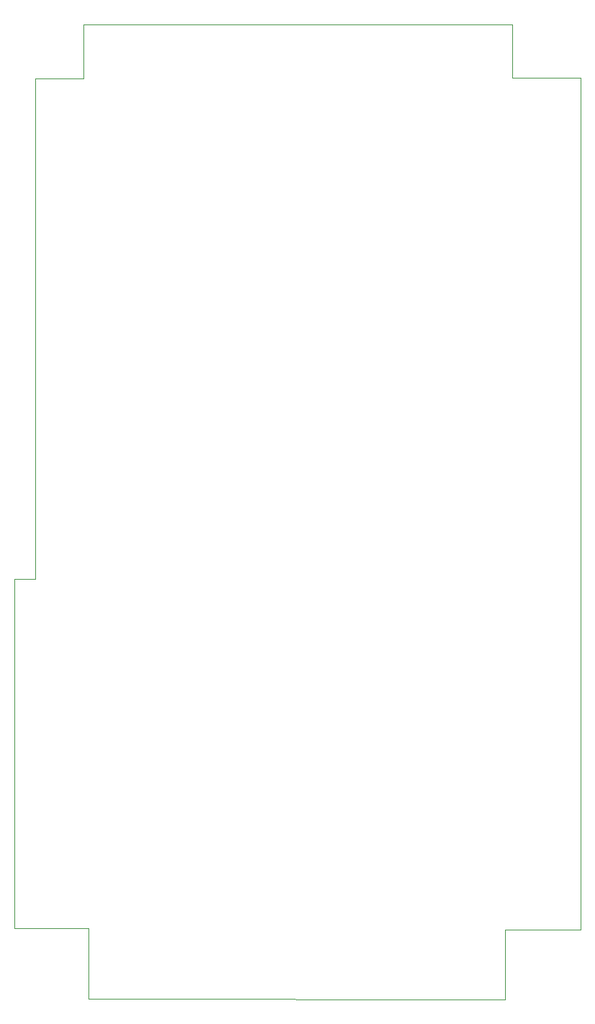
<source format=gbr>
%TF.GenerationSoftware,KiCad,Pcbnew,(6.0.2)*%
%TF.CreationDate,2022-07-19T18:31:23-05:00*%
%TF.ProjectId,PXT6-3,50585436-2d33-42e6-9b69-6361645f7063,rev?*%
%TF.SameCoordinates,Original*%
%TF.FileFunction,Profile,NP*%
%FSLAX46Y46*%
G04 Gerber Fmt 4.6, Leading zero omitted, Abs format (unit mm)*
G04 Created by KiCad (PCBNEW (6.0.2)) date 2022-07-19 18:31:23*
%MOMM*%
%LPD*%
G01*
G04 APERTURE LIST*
%TA.AperFunction,Profile*%
%ADD10C,0.100000*%
%TD*%
%TA.AperFunction,Profile*%
%ADD11C,0.002000*%
%TD*%
G04 APERTURE END LIST*
D10*
X115523000Y-153038000D02*
X115513000Y-144722000D01*
X115513000Y-144722000D02*
X106822000Y-144716000D01*
X109258000Y-44796000D02*
X109237000Y-103637000D01*
X164530000Y-153044000D02*
X164516000Y-144846000D01*
D11*
X164530000Y-153044000D02*
X115523000Y-153038000D01*
X173422000Y-44729000D02*
X173420000Y-144843000D01*
X106822000Y-144716000D02*
X106823000Y-103639000D01*
D10*
X165427000Y-38432000D02*
X165414000Y-44728000D01*
X114948000Y-44794000D02*
X109258000Y-44796000D01*
X164516000Y-144846000D02*
X173420000Y-144843000D01*
X165413000Y-44728000D02*
X173422000Y-44729000D01*
X109237000Y-103637000D02*
X106823000Y-103639000D01*
D11*
X114951000Y-38445000D02*
X165427000Y-38432000D01*
D10*
X114951000Y-38445000D02*
X114948000Y-44794000D01*
M02*

</source>
